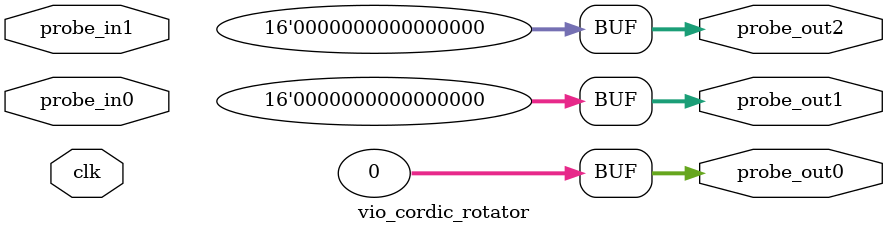
<source format=v>
`timescale 1ns / 1ps
module vio_cordic_rotator (
clk,
probe_in0,probe_in1,
probe_out0,
probe_out1,
probe_out2
);

input clk;
input [16 : 0] probe_in0;
input [16 : 0] probe_in1;

output reg [31 : 0] probe_out0 = 'h00000000 ;
output reg [15 : 0] probe_out1 = 'h0000 ;
output reg [15 : 0] probe_out2 = 'h0000 ;


endmodule

</source>
